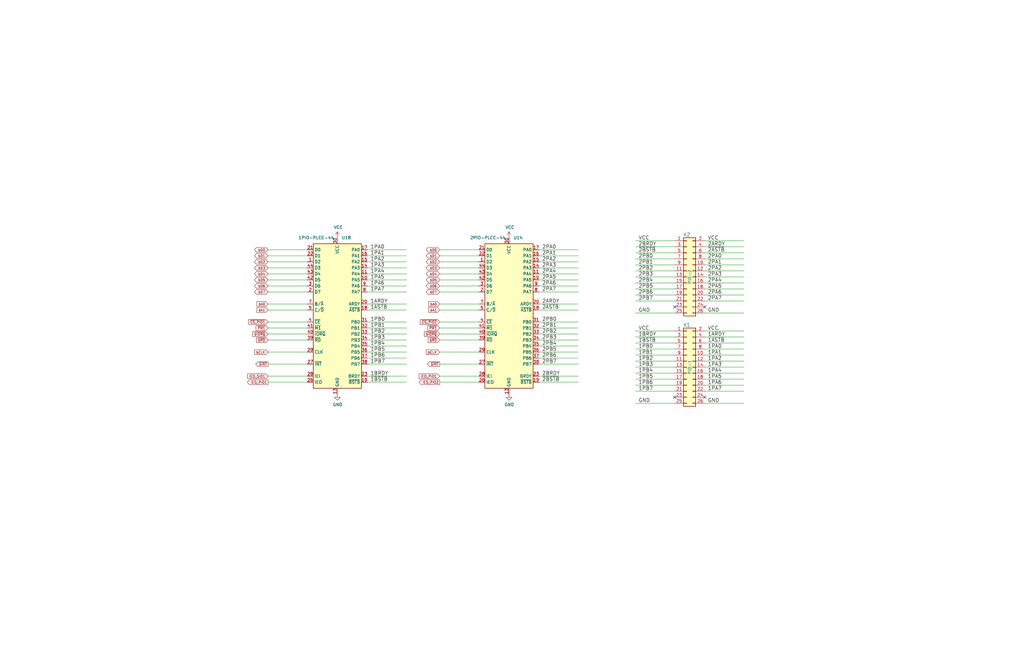
<source format=kicad_sch>
(kicad_sch (version 20211123) (generator eeschema)
  (paper "B")
  (lib_symbols
    (symbol "Connector_Generic:Conn_02x13_Odd_Even" (pin_names (offset 1.016) hide)
      (property "Reference" "J" (at 1.27 17.78 0))
      (property "Value" "Conn_02x13_Odd_Even" (at 1.27 -17.78 0))
      (symbol "Conn_02x13_Odd_Even_1_1"
        (rectangle (start -1.27 -15.113) (end 0 -15.367) (stroke (width 0.1524)))
        (rectangle (start -1.27 -12.573) (end 0 -12.827) (stroke (width 0.1524)))
        (rectangle (start -1.27 -10.033) (end 0 -10.287) (stroke (width 0.1524)))
        (rectangle (start -1.27 -7.493) (end 0 -7.747) (stroke (width 0.1524)))
        (rectangle (start -1.27 -4.953) (end 0 -5.207) (stroke (width 0.1524)))
        (rectangle (start -1.27 -2.413) (end 0 -2.667) (stroke (width 0.1524)))
        (rectangle (start -1.27 0.127) (end 0 -0.127) (stroke (width 0.1524)))
        (rectangle (start -1.27 2.667) (end 0 2.413) (stroke (width 0.1524)))
        (rectangle (start -1.27 5.207) (end 0 4.953) (stroke (width 0.1524)))
        (rectangle (start -1.27 7.747) (end 0 7.493) (stroke (width 0.1524)))
        (rectangle (start -1.27 10.287) (end 0 10.033) (stroke (width 0.1524)))
        (rectangle (start -1.27 12.827) (end 0 12.573) (stroke (width 0.1524)))
        (rectangle (start -1.27 15.367) (end 0 15.113) (stroke (width 0.1524)))
        (rectangle (start -1.27 16.51) (end 3.81 -16.51) (stroke (width 0.254)) (fill (type background)))
        (rectangle (start 3.81 -15.113) (end 2.54 -15.367) (stroke (width 0.1524)))
        (rectangle (start 3.81 -12.573) (end 2.54 -12.827) (stroke (width 0.1524)))
        (rectangle (start 3.81 -10.033) (end 2.54 -10.287) (stroke (width 0.1524)))
        (rectangle (start 3.81 -7.493) (end 2.54 -7.747) (stroke (width 0.1524)))
        (rectangle (start 3.81 -4.953) (end 2.54 -5.207) (stroke (width 0.1524)))
        (rectangle (start 3.81 -2.413) (end 2.54 -2.667) (stroke (width 0.1524)))
        (rectangle (start 3.81 0.127) (end 2.54 -0.127) (stroke (width 0.1524)))
        (rectangle (start 3.81 2.667) (end 2.54 2.413) (stroke (width 0.1524)))
        (rectangle (start 3.81 5.207) (end 2.54 4.953) (stroke (width 0.1524)))
        (rectangle (start 3.81 7.747) (end 2.54 7.493) (stroke (width 0.1524)))
        (rectangle (start 3.81 10.287) (end 2.54 10.033) (stroke (width 0.1524)))
        (rectangle (start 3.81 12.827) (end 2.54 12.573) (stroke (width 0.1524)))
        (rectangle (start 3.81 15.367) (end 2.54 15.113) (stroke (width 0.1524)))
        (pin passive line (at -5.08 15.24 0) (length 3.81) (name "Pin_1") (number "1"))
        (pin passive line (at 7.62 5.08 180) (length 3.81) (name "Pin_10") (number "10"))
        (pin passive line (at -5.08 2.54 0) (length 3.81) (name "Pin_11") (number "11"))
        (pin passive line (at 7.62 2.54 180) (length 3.81) (name "Pin_12") (number "12"))
        (pin passive line (at -5.08 0 0) (length 3.81) (name "Pin_13") (number "13"))
        (pin passive line (at 7.62 0 180) (length 3.81) (name "Pin_14") (number "14"))
        (pin passive line (at -5.08 -2.54 0) (length 3.81) (name "Pin_15") (number "15"))
        (pin passive line (at 7.62 -2.54 180) (length 3.81) (name "Pin_16") (number "16"))
        (pin passive line (at -5.08 -5.08 0) (length 3.81) (name "Pin_17") (number "17"))
        (pin passive line (at 7.62 -5.08 180) (length 3.81) (name "Pin_18") (number "18"))
        (pin passive line (at -5.08 -7.62 0) (length 3.81) (name "Pin_19") (number "19"))
        (pin passive line (at 7.62 15.24 180) (length 3.81) (name "Pin_2") (number "2"))
        (pin passive line (at 7.62 -7.62 180) (length 3.81) (name "Pin_20") (number "20"))
        (pin passive line (at -5.08 -10.16 0) (length 3.81) (name "Pin_21") (number "21"))
        (pin passive line (at 7.62 -10.16 180) (length 3.81) (name "Pin_22") (number "22"))
        (pin passive line (at -5.08 -12.7 0) (length 3.81) (name "Pin_23") (number "23"))
        (pin passive line (at 7.62 -12.7 180) (length 3.81) (name "Pin_24") (number "24"))
        (pin passive line (at -5.08 -15.24 0) (length 3.81) (name "Pin_25") (number "25"))
        (pin passive line (at 7.62 -15.24 180) (length 3.81) (name "Pin_26") (number "26"))
        (pin passive line (at -5.08 12.7 0) (length 3.81) (name "Pin_3") (number "3"))
        (pin passive line (at 7.62 12.7 180) (length 3.81) (name "Pin_4") (number "4"))
        (pin passive line (at -5.08 10.16 0) (length 3.81) (name "Pin_5") (number "5"))
        (pin passive line (at 7.62 10.16 180) (length 3.81) (name "Pin_6") (number "6"))
        (pin passive line (at -5.08 7.62 0) (length 3.81) (name "Pin_7") (number "7"))
        (pin passive line (at 7.62 7.62 180) (length 3.81) (name "Pin_8") (number "8"))
        (pin passive line (at -5.08 5.08 0) (length 3.81) (name "Pin_9") (number "9"))
      )
    )
    (symbol "Zilog_Z80_Peripherals:PIO-PLCC-44"
      (property "Reference" "U" (at 1.27 1.27 0))
      (property "Value" "PIO-PLCC-44" (at 12.7 1.27 0))
      (symbol "PIO-PLCC-44_0_0"
        (pin no_connect line (at 13.97 -21.59 0) (length 2.54) hide (name "NC") (number "12"))
        (pin no_connect line (at 13.97 -19.05 0) (length 2.54) hide (name "NC") (number "24"))
        (pin no_connect line (at 13.97 -16.51 0) (length 2.54) hide (name "NC") (number "25"))
        (pin no_connect line (at 13.97 -13.97 0) (length 2.54) hide (name "NC") (number "6"))
      )
      (symbol "PIO-PLCC-44_1_0"
        (rectangle (start 0 0) (end 20.32 -60.96) (stroke (width 0.254)) (fill (type background)))
      )
      (symbol "PIO-PLCC-44_1_1"
        (pin bidirectional line (at -2.54 -7.62 0) (length 2.54) (name "D2") (number "1"))
        (pin bidirectional line (at 22.86 -15.24 180) (length 2.54) (name "PA5") (number "10"))
        (pin bidirectional line (at 22.86 -12.7 180) (length 2.54) (name "PA4") (number "11"))
        (pin power_in line (at 10.16 -63.5 90) (length 2.54) (name "GND") (number "13"))
        (pin bidirectional line (at 22.86 -10.16 180) (length 2.54) (name "PA3") (number "14"))
        (pin bidirectional line (at 22.86 -7.62 180) (length 2.54) (name "PA2") (number "15"))
        (pin bidirectional line (at 22.86 -5.08 180) (length 2.54) (name "PA1") (number "16"))
        (pin bidirectional line (at 22.86 -2.54 180) (length 2.54) (name "PA0") (number "17"))
        (pin input line (at 22.86 -27.94 180) (length 2.54) (name "~{ASTB}") (number "18"))
        (pin input line (at 22.86 -58.42 180) (length 2.54) (name "~{BSTB}") (number "19"))
        (pin bidirectional line (at -2.54 -20.32 0) (length 2.54) (name "D7") (number "2"))
        (pin output line (at 22.86 -25.4 180) (length 2.54) (name "ARDY") (number "20"))
        (pin bidirectional line (at -2.54 -2.54 0) (length 2.54) (name "D0") (number "21"))
        (pin bidirectional line (at -2.54 -5.08 0) (length 2.54) (name "D1") (number "22"))
        (pin output line (at 22.86 -55.88 180) (length 2.54) (name "BRDY") (number "23"))
        (pin output line (at -2.54 -58.42 0) (length 2.54) (name "IEO") (number "26"))
        (pin open_collector line (at -2.54 -50.8 0) (length 2.54) (name "~{INT}") (number "27"))
        (pin input line (at -2.54 -55.88 0) (length 2.54) (name "IEI") (number "28"))
        (pin input line (at -2.54 -45.72 0) (length 2.54) (name "CLK") (number "29"))
        (pin bidirectional line (at -2.54 -17.78 0) (length 2.54) (name "D6") (number "3"))
        (pin power_in line (at 10.16 2.54 270) (length 2.54) (name "VCC") (number "30"))
        (pin bidirectional line (at 22.86 -33.02 180) (length 2.54) (name "PB0") (number "31"))
        (pin bidirectional line (at 22.86 -35.56 180) (length 2.54) (name "PB1") (number "32"))
        (pin bidirectional line (at 22.86 -38.1 180) (length 2.54) (name "PB2") (number "33"))
        (pin bidirectional line (at 22.86 -40.64 180) (length 2.54) (name "PB3") (number "34"))
        (pin bidirectional line (at 22.86 -43.18 180) (length 2.54) (name "PB4") (number "35"))
        (pin bidirectional line (at 22.86 -45.72 180) (length 2.54) (name "PB5") (number "36"))
        (pin bidirectional line (at 22.86 -48.26 180) (length 2.54) (name "PB6") (number "37"))
        (pin bidirectional line (at 22.86 -50.8 180) (length 2.54) (name "PB7") (number "38"))
        (pin input line (at -2.54 -40.64 0) (length 2.54) (name "~{RD}") (number "39"))
        (pin input line (at -2.54 -33.02 0) (length 2.54) (name "~{CE}") (number "4"))
        (pin input line (at -2.54 -38.1 0) (length 2.54) (name "~{IORQ}") (number "40"))
        (pin input line (at -2.54 -35.56 0) (length 2.54) (name "~{M1}") (number "41"))
        (pin bidirectional line (at -2.54 -15.24 0) (length 2.54) (name "D5") (number "42"))
        (pin bidirectional line (at -2.54 -12.7 0) (length 2.54) (name "D4") (number "43"))
        (pin bidirectional line (at -2.54 -10.16 0) (length 2.54) (name "D3") (number "44"))
        (pin input line (at -2.54 -27.94 0) (length 2.54) (name "C/~{D}") (number "5"))
        (pin input line (at -2.54 -25.4 0) (length 2.54) (name "B/~{A}") (number "7"))
        (pin bidirectional line (at 22.86 -20.32 180) (length 2.54) (name "PA7") (number "8"))
        (pin bidirectional line (at 22.86 -17.78 180) (length 2.54) (name "PA6") (number "9"))
      )
    )
    (symbol "power:GND" (power) (pin_names (offset 0))
      (property "Value" "GND" (at 0 -3.81 0))
      (symbol "GND_0_1"
        (polyline (pts (xy 0 0) (xy 0 -1.27) (xy 1.27 -1.27) (xy 0 -2.54) (xy -1.27 -1.27) (xy 0 -1.27)))
      )
      (symbol "GND_1_1"
        (pin power_in line (at 0 0 270) (length 0) hide (name "GND") (number "1"))
      )
    )
    (symbol "power:VCC" (power) (pin_names (offset 0))
      (property "Value" "VCC" (at 0 3.81 0))
      (symbol "VCC_0_1"
        (polyline (pts (xy -0.762 1.27) (xy 0 2.54)))
        (polyline (pts (xy 0 0) (xy 0 2.54)))
        (polyline (pts (xy 0 2.54) (xy 0.762 1.27)))
      )
      (symbol "VCC_1_1"
        (pin power_in line (at 0 0 90) (length 0) hide (name "VCC") (number "1"))
      )
    )
  )
  (no_connect (at 297.18 167.64))
  (no_connect (at 284.48 129.54))
  (no_connect (at 284.48 167.64))
  (no_connect (at 297.18 129.54))
  (wire (pts (xy 113.03 138.43) (xy 129.54 138.43)))
  (wire (pts (xy 267.97 116.84) (xy 284.48 116.84)))
  (wire (pts (xy 113.03 140.97) (xy 129.54 140.97)))
  (wire (pts (xy 227.33 146.05) (xy 243.84 146.05)))
  (wire (pts (xy 154.94 140.97) (xy 171.45 140.97)))
  (wire (pts (xy 154.94 123.19) (xy 171.45 123.19)))
  (wire (pts (xy 297.18 111.76) (xy 313.69 111.76)))
  (wire (pts (xy 297.18 132.08) (xy 313.69 132.08)))
  (wire (pts (xy 227.33 161.29) (xy 243.84 161.29)))
  (wire (pts (xy 267.97 124.46) (xy 284.48 124.46)))
  (wire (pts (xy 185.42 135.89) (xy 201.93 135.89)))
  (wire (pts (xy 113.03 123.19) (xy 129.54 123.19)))
  (wire (pts (xy 113.03 120.65) (xy 129.54 120.65)))
  (wire (pts (xy 297.18 162.56) (xy 313.69 162.56)))
  (wire (pts (xy 185.42 110.49) (xy 201.93 110.49)))
  (wire (pts (xy 185.42 143.51) (xy 201.93 143.51)))
  (wire (pts (xy 267.97 114.3) (xy 284.48 114.3)))
  (wire (pts (xy 267.97 109.22) (xy 284.48 109.22)))
  (wire (pts (xy 267.97 111.76) (xy 284.48 111.76)))
  (wire (pts (xy 267.97 127) (xy 284.48 127)))
  (wire (pts (xy 297.18 121.92) (xy 313.69 121.92)))
  (wire (pts (xy 154.94 138.43) (xy 171.45 138.43)))
  (wire (pts (xy 297.18 106.68) (xy 313.69 106.68)))
  (wire (pts (xy 113.03 130.81) (xy 129.54 130.81)))
  (wire (pts (xy 297.18 157.48) (xy 313.69 157.48)))
  (wire (pts (xy 297.18 109.22) (xy 313.69 109.22)))
  (wire (pts (xy 227.33 138.43) (xy 243.84 138.43)))
  (wire (pts (xy 267.97 170.18) (xy 284.48 170.18)))
  (wire (pts (xy 267.97 157.48) (xy 284.48 157.48)))
  (wire (pts (xy 154.94 161.29) (xy 171.45 161.29)))
  (wire (pts (xy 227.33 107.95) (xy 243.84 107.95)))
  (wire (pts (xy 297.18 152.4) (xy 313.69 152.4)))
  (wire (pts (xy 185.42 113.03) (xy 201.93 113.03)))
  (wire (pts (xy 297.18 165.1) (xy 313.69 165.1)))
  (wire (pts (xy 267.97 121.92) (xy 284.48 121.92)))
  (wire (pts (xy 113.03 135.89) (xy 129.54 135.89)))
  (wire (pts (xy 227.33 110.49) (xy 243.84 110.49)))
  (wire (pts (xy 113.03 148.59) (xy 129.54 148.59)))
  (wire (pts (xy 185.42 120.65) (xy 201.93 120.65)))
  (wire (pts (xy 154.94 118.11) (xy 171.45 118.11)))
  (wire (pts (xy 154.94 151.13) (xy 171.45 151.13)))
  (wire (pts (xy 185.42 161.29) (xy 201.93 161.29)))
  (wire (pts (xy 227.33 140.97) (xy 243.84 140.97)))
  (wire (pts (xy 154.94 135.89) (xy 171.45 135.89)))
  (wire (pts (xy 113.03 153.67) (xy 129.54 153.67)))
  (wire (pts (xy 185.42 105.41) (xy 201.93 105.41)))
  (wire (pts (xy 185.42 153.67) (xy 201.93 153.67)))
  (wire (pts (xy 154.94 110.49) (xy 171.45 110.49)))
  (wire (pts (xy 113.03 161.29) (xy 129.54 161.29)))
  (wire (pts (xy 267.97 142.24) (xy 284.48 142.24)))
  (wire (pts (xy 267.97 165.1) (xy 284.48 165.1)))
  (wire (pts (xy 227.33 105.41) (xy 243.84 105.41)))
  (wire (pts (xy 227.33 153.67) (xy 243.84 153.67)))
  (wire (pts (xy 185.42 130.81) (xy 201.93 130.81)))
  (wire (pts (xy 267.97 144.78) (xy 284.48 144.78)))
  (wire (pts (xy 267.97 139.7) (xy 284.48 139.7)))
  (wire (pts (xy 113.03 105.41) (xy 129.54 105.41)))
  (wire (pts (xy 154.94 107.95) (xy 171.45 107.95)))
  (wire (pts (xy 267.97 149.86) (xy 284.48 149.86)))
  (wire (pts (xy 185.42 128.27) (xy 201.93 128.27)))
  (wire (pts (xy 113.03 113.03) (xy 129.54 113.03)))
  (wire (pts (xy 227.33 123.19) (xy 243.84 123.19)))
  (wire (pts (xy 227.33 158.75) (xy 243.84 158.75)))
  (wire (pts (xy 297.18 160.02) (xy 313.69 160.02)))
  (wire (pts (xy 154.94 153.67) (xy 171.45 153.67)))
  (wire (pts (xy 154.94 113.03) (xy 171.45 113.03)))
  (wire (pts (xy 185.42 115.57) (xy 201.93 115.57)))
  (wire (pts (xy 227.33 115.57) (xy 243.84 115.57)))
  (wire (pts (xy 227.33 128.27) (xy 243.84 128.27)))
  (wire (pts (xy 227.33 120.65) (xy 243.84 120.65)))
  (wire (pts (xy 185.42 118.11) (xy 201.93 118.11)))
  (wire (pts (xy 297.18 116.84) (xy 313.69 116.84)))
  (wire (pts (xy 297.18 119.38) (xy 313.69 119.38)))
  (wire (pts (xy 113.03 115.57) (xy 129.54 115.57)))
  (wire (pts (xy 154.94 158.75) (xy 171.45 158.75)))
  (wire (pts (xy 297.18 170.18) (xy 313.69 170.18)))
  (wire (pts (xy 154.94 148.59) (xy 171.45 148.59)))
  (wire (pts (xy 267.97 104.14) (xy 284.48 104.14)))
  (wire (pts (xy 185.42 123.19) (xy 201.93 123.19)))
  (wire (pts (xy 113.03 110.49) (xy 129.54 110.49)))
  (wire (pts (xy 113.03 118.11) (xy 129.54 118.11)))
  (wire (pts (xy 297.18 127) (xy 313.69 127)))
  (wire (pts (xy 227.33 130.81) (xy 243.84 130.81)))
  (wire (pts (xy 154.94 128.27) (xy 171.45 128.27)))
  (wire (pts (xy 297.18 147.32) (xy 313.69 147.32)))
  (wire (pts (xy 297.18 104.14) (xy 313.69 104.14)))
  (wire (pts (xy 267.97 147.32) (xy 284.48 147.32)))
  (wire (pts (xy 154.94 120.65) (xy 171.45 120.65)))
  (wire (pts (xy 313.69 139.7) (xy 297.18 139.7)))
  (wire (pts (xy 267.97 106.68) (xy 284.48 106.68)))
  (wire (pts (xy 185.42 140.97) (xy 201.93 140.97)))
  (wire (pts (xy 267.97 132.08) (xy 284.48 132.08)))
  (wire (pts (xy 297.18 149.86) (xy 313.69 149.86)))
  (wire (pts (xy 227.33 118.11) (xy 243.84 118.11)))
  (wire (pts (xy 267.97 119.38) (xy 284.48 119.38)))
  (wire (pts (xy 267.97 162.56) (xy 284.48 162.56)))
  (wire (pts (xy 297.18 154.94) (xy 313.69 154.94)))
  (wire (pts (xy 227.33 113.03) (xy 243.84 113.03)))
  (wire (pts (xy 267.97 154.94) (xy 284.48 154.94)))
  (wire (pts (xy 297.18 124.46) (xy 313.69 124.46)))
  (wire (pts (xy 154.94 146.05) (xy 171.45 146.05)))
  (wire (pts (xy 113.03 107.95) (xy 129.54 107.95)))
  (wire (pts (xy 185.42 158.75) (xy 201.93 158.75)))
  (wire (pts (xy 154.94 143.51) (xy 171.45 143.51)))
  (wire (pts (xy 267.97 101.6) (xy 284.48 101.6)))
  (wire (pts (xy 185.42 138.43) (xy 201.93 138.43)))
  (wire (pts (xy 227.33 148.59) (xy 243.84 148.59)))
  (wire (pts (xy 154.94 130.81) (xy 171.45 130.81)))
  (wire (pts (xy 297.18 101.6) (xy 313.69 101.6)))
  (wire (pts (xy 227.33 135.89) (xy 243.84 135.89)))
  (wire (pts (xy 113.03 158.75) (xy 129.54 158.75)))
  (wire (pts (xy 185.42 107.95) (xy 201.93 107.95)))
  (wire (pts (xy 227.33 151.13) (xy 243.84 151.13)))
  (wire (pts (xy 267.97 160.02) (xy 284.48 160.02)))
  (wire (pts (xy 154.94 105.41) (xy 171.45 105.41)))
  (wire (pts (xy 113.03 128.27) (xy 129.54 128.27)))
  (wire (pts (xy 297.18 142.24) (xy 313.69 142.24)))
  (wire (pts (xy 113.03 143.51) (xy 129.54 143.51)))
  (wire (pts (xy 297.18 114.3) (xy 313.69 114.3)))
  (wire (pts (xy 227.33 143.51) (xy 243.84 143.51)))
  (wire (pts (xy 154.94 115.57) (xy 171.45 115.57)))
  (wire (pts (xy 267.97 152.4) (xy 284.48 152.4)))
  (wire (pts (xy 297.18 144.78) (xy 313.69 144.78)))
  (wire (pts (xy 185.42 148.59) (xy 201.93 148.59)))
  (label "~{1ASTB}" (at 156.21 130.81 0) (effects (font (size 1.524 1.524))))
  (label "1PA7" (at 156.21 123.19 0) (effects (font (size 1.524 1.524))))
  (label "GND" (at 269.24 132.08 0) (effects (font (size 1.524 1.524))))
  (label "1PB3" (at 156.21 143.51 0) (effects (font (size 1.524 1.524))))
  (label "1PA1" (at 298.45 149.86 0) (effects (font (size 1.524 1.524))))
  (label "1PB7" (at 156.21 153.67 0) (effects (font (size 1.524 1.524))))
  (label "1PB6" (at 269.24 162.56 0) (effects (font (size 1.524 1.524))))
  (label "1PB1" (at 156.21 138.43 0) (effects (font (size 1.524 1.524))))
  (label "2PA1" (at 298.45 111.76 0) (effects (font (size 1.524 1.524))))
  (label "1PB5" (at 156.21 148.59 0) (effects (font (size 1.524 1.524))))
  (label "2PB2" (at 269.24 114.3 0) (effects (font (size 1.524 1.524))))
  (label "1PA0" (at 298.45 147.32 0) (effects (font (size 1.524 1.524))))
  (label "VCC" (at 269.24 101.6 0) (effects (font (size 1.524 1.524))))
  (label "2PB3" (at 269.24 116.84 0) (effects (font (size 1.524 1.524))))
  (label "GND" (at 298.45 170.18 0) (effects (font (size 1.524 1.524))))
  (label "1PA4" (at 156.21 115.57 0) (effects (font (size 1.524 1.524))))
  (label "1ARDY" (at 156.21 128.27 0) (effects (font (size 1.524 1.524))))
  (label "1PA0" (at 156.21 105.41 0) (effects (font (size 1.524 1.524))))
  (label "1PB2" (at 269.24 152.4 0) (effects (font (size 1.524 1.524))))
  (label "2PA3" (at 228.6 113.03 0) (effects (font (size 1.524 1.524))))
  (label "2PB5" (at 269.24 121.92 0) (effects (font (size 1.524 1.524))))
  (label "~{2BSTB}" (at 228.6 161.29 0) (effects (font (size 1.524 1.524))))
  (label "2PB3" (at 228.6 143.51 0) (effects (font (size 1.524 1.524))))
  (label "2PB4" (at 228.6 146.05 0) (effects (font (size 1.524 1.524))))
  (label "2PA5" (at 228.6 118.11 0) (effects (font (size 1.524 1.524))))
  (label "1ARDY" (at 298.45 142.24 0) (effects (font (size 1.524 1.524))))
  (label "2PB6" (at 269.24 124.46 0) (effects (font (size 1.524 1.524))))
  (label "1PA4" (at 298.45 157.48 0) (effects (font (size 1.524 1.524))))
  (label "2PA2" (at 228.6 110.49 0) (effects (font (size 1.524 1.524))))
  (label "2PB0" (at 228.6 135.89 0) (effects (font (size 1.524 1.524))))
  (label "1PA5" (at 156.21 118.11 0) (effects (font (size 1.524 1.524))))
  (label "1PA6" (at 156.21 120.65 0) (effects (font (size 1.524 1.524))))
  (label "1PA7" (at 298.45 165.1 0) (effects (font (size 1.524 1.524))))
  (label "1PB7" (at 269.24 165.1 0) (effects (font (size 1.524 1.524))))
  (label "2PA7" (at 228.6 123.19 0) (effects (font (size 1.524 1.524))))
  (label "2PA6" (at 298.45 124.46 0) (effects (font (size 1.524 1.524))))
  (label "VCC" (at 298.45 139.7 0) (effects (font (size 1.524 1.524))))
  (label "2PA4" (at 228.6 115.57 0) (effects (font (size 1.524 1.524))))
  (label "1PA1" (at 156.21 107.95 0) (effects (font (size 1.524 1.524))))
  (label "~{1BSTB}" (at 156.21 161.29 0) (effects (font (size 1.524 1.524))))
  (label "~{1BSTB}" (at 269.24 144.78 0) (effects (font (size 1.524 1.524))))
  (label "2PA0" (at 298.45 109.22 0) (effects (font (size 1.524 1.524))))
  (label "2PA4" (at 298.45 119.38 0) (effects (font (size 1.524 1.524))))
  (label "1PA5" (at 298.45 160.02 0) (effects (font (size 1.524 1.524))))
  (label "2PB4" (at 269.24 119.38 0) (effects (font (size 1.524 1.524))))
  (label "1PB6" (at 156.21 151.13 0) (effects (font (size 1.524 1.524))))
  (label "2PB7" (at 228.6 153.67 0) (effects (font (size 1.524 1.524))))
  (label "1PB2" (at 156.21 140.97 0) (effects (font (size 1.524 1.524))))
  (label "1PA3" (at 156.21 113.03 0) (effects (font (size 1.524 1.524))))
  (label "1PB3" (at 269.24 154.94 0) (effects (font (size 1.524 1.524))))
  (label "~{2BSTB}" (at 269.24 106.68 0) (effects (font (size 1.524 1.524))))
  (label "2PB1" (at 228.6 138.43 0) (effects (font (size 1.524 1.524))))
  (label "2PB6" (at 228.6 151.13 0) (effects (font (size 1.524 1.524))))
  (label "1PB4" (at 269.24 157.48 0) (effects (font (size 1.524 1.524))))
  (label "2PA7" (at 298.45 127 0) (effects (font (size 1.524 1.524))))
  (label "2PA1" (at 228.6 107.95 0) (effects (font (size 1.524 1.524))))
  (label "1PA3" (at 298.45 154.94 0) (effects (font (size 1.524 1.524))))
  (label "2PB0" (at 269.24 109.22 0) (effects (font (size 1.524 1.524))))
  (label "~{1ASTB}" (at 298.45 144.78 0) (effects (font (size 1.524 1.524))))
  (label "2BRDY" (at 228.6 158.75 0) (effects (font (size 1.524 1.524))))
  (label "2PB7" (at 269.24 127 0) (effects (font (size 1.524 1.524))))
  (label "~{2ASTB}" (at 228.6 130.81 0) (effects (font (size 1.524 1.524))))
  (label "1PA6" (at 298.45 162.56 0) (effects (font (size 1.524 1.524))))
  (label "1PB4" (at 156.21 146.05 0) (effects (font (size 1.524 1.524))))
  (label "1PB5" (at 269.24 160.02 0) (effects (font (size 1.524 1.524))))
  (label "2ARDY" (at 298.45 104.14 0) (effects (font (size 1.524 1.524))))
  (label "2PA6" (at 228.6 120.65 0) (effects (font (size 1.524 1.524))))
  (label "1PB0" (at 269.24 147.32 0) (effects (font (size 1.524 1.524))))
  (label "2PA3" (at 298.45 116.84 0) (effects (font (size 1.524 1.524))))
  (label "VCC" (at 298.45 101.6 0) (effects (font (size 1.524 1.524))))
  (label "1BRDY" (at 156.21 158.75 0) (effects (font (size 1.524 1.524))))
  (label "GND" (at 269.24 170.18 0) (effects (font (size 1.524 1.524))))
  (label "2PB5" (at 228.6 148.59 0) (effects (font (size 1.524 1.524))))
  (label "VCC" (at 269.24 139.7 0) (effects (font (size 1.524 1.524))))
  (label "2PA0" (at 228.6 105.41 0) (effects (font (size 1.524 1.524))))
  (label "GND" (at 298.45 132.08 0) (effects (font (size 1.524 1.524))))
  (label "1PB1" (at 269.24 149.86 0) (effects (font (size 1.524 1.524))))
  (label "~{2ASTB}" (at 298.45 106.68 0) (effects (font (size 1.524 1.524))))
  (label "2PB1" (at 269.24 111.76 0) (effects (font (size 1.524 1.524))))
  (label "2BRDY" (at 269.24 104.14 0) (effects (font (size 1.524 1.524))))
  (label "2PB2" (at 228.6 140.97 0) (effects (font (size 1.524 1.524))))
  (label "2PA5" (at 298.45 121.92 0) (effects (font (size 1.524 1.524))))
  (label "2ARDY" (at 228.6 128.27 0) (effects (font (size 1.524 1.524))))
  (label "2PA2" (at 298.45 114.3 0) (effects (font (size 1.524 1.524))))
  (label "1PA2" (at 156.21 110.49 0) (effects (font (size 1.524 1.524))))
  (label "1PB0" (at 156.21 135.89 0) (effects (font (size 1.524 1.524))))
  (label "1BRDY" (at 269.24 142.24 0) (effects (font (size 1.524 1.524))))
  (label "1PA2" (at 298.45 152.4 0) (effects (font (size 1.524 1.524))))
  (global_label "bD5" (shape bidirectional) (at 113.03 118.11 180) (effects (font (size 1.016 1.016))) (property "Intersheet References" "${INTERSHEET_REFS}" (effects hide)))
  (global_label "~{bRD}" (shape input) (at 113.03 143.51 180) (effects (font (size 1.016 1.016))) (property "Intersheet References" "${INTERSHEET_REFS}" (effects hide)))
  (global_label "bD0" (shape bidirectional) (at 113.03 105.41 180) (effects (font (size 1.016 1.016))) (property "Intersheet References" "${INTERSHEET_REFS}" (effects hide)))
  (global_label "bA0" (shape input) (at 113.03 128.27 180) (effects (font (size 1.016 1.016))) (property "Intersheet References" "${INTERSHEET_REFS}" (effects hide)))
  (global_label "IEO_PIO1" (shape input) (at 185.42 158.75 180) (effects (font (size 1.016 1.016))) (property "Intersheet References" "${INTERSHEET_REFS}" (effects hide)))
  (global_label "bD6" (shape bidirectional) (at 185.42 120.65 180) (effects (font (size 1.016 1.016))) (property "Intersheet References" "${INTERSHEET_REFS}" (effects hide)))
  (global_label "~{bINT}" (shape output) (at 113.03 153.67 180) (effects (font (size 1.016 1.016))) (property "Intersheet References" "${INTERSHEET_REFS}" (effects hide)))
  (global_label "bD1" (shape bidirectional) (at 113.03 107.95 180) (effects (font (size 1.016 1.016))) (property "Intersheet References" "${INTERSHEET_REFS}" (effects hide)))
  (global_label "bD3" (shape bidirectional) (at 185.42 113.03 180) (effects (font (size 1.016 1.016))) (property "Intersheet References" "${INTERSHEET_REFS}" (effects hide)))
  (global_label "bD3" (shape bidirectional) (at 113.03 113.03 180) (effects (font (size 1.016 1.016))) (property "Intersheet References" "${INTERSHEET_REFS}" (effects hide)))
  (global_label "bD4" (shape bidirectional) (at 185.42 115.57 180) (effects (font (size 1.016 1.016))) (property "Intersheet References" "${INTERSHEET_REFS}" (effects hide)))
  (global_label "~{PM1}" (shape input) (at 113.03 138.43 180) (effects (font (size 1.016 1.016))) (property "Intersheet References" "${INTERSHEET_REFS}" (effects hide)))
  (global_label "bD5" (shape bidirectional) (at 185.42 118.11 180) (effects (font (size 1.016 1.016))) (property "Intersheet References" "${INTERSHEET_REFS}" (effects hide)))
  (global_label "bD4" (shape bidirectional) (at 113.03 115.57 180) (effects (font (size 1.016 1.016))) (property "Intersheet References" "${INTERSHEET_REFS}" (effects hide)))
  (global_label "~{CS_PIO2}" (shape input) (at 185.42 135.89 180) (effects (font (size 1.016 1.016))) (property "Intersheet References" "${INTERSHEET_REFS}" (effects hide)))
  (global_label "bD7" (shape bidirectional) (at 185.42 123.19 180) (effects (font (size 1.016 1.016))) (property "Intersheet References" "${INTERSHEET_REFS}" (effects hide)))
  (global_label "bA0" (shape input) (at 185.42 128.27 180) (effects (font (size 1.016 1.016))) (property "Intersheet References" "${INTERSHEET_REFS}" (effects hide)))
  (global_label "~{bIORQ}" (shape input) (at 113.03 140.97 180) (effects (font (size 1.016 1.016))) (property "Intersheet References" "${INTERSHEET_REFS}" (effects hide)))
  (global_label "bA1" (shape input) (at 185.42 130.81 180) (effects (font (size 1.016 1.016))) (property "Intersheet References" "${INTERSHEET_REFS}" (effects hide)))
  (global_label "bD2" (shape bidirectional) (at 185.42 110.49 180) (effects (font (size 1.016 1.016))) (property "Intersheet References" "${INTERSHEET_REFS}" (effects hide)))
  (global_label "bD6" (shape bidirectional) (at 113.03 120.65 180) (effects (font (size 1.016 1.016))) (property "Intersheet References" "${INTERSHEET_REFS}" (effects hide)))
  (global_label "IEO_PIO2" (shape output) (at 185.42 161.29 180) (effects (font (size 1.016 1.016))) (property "Intersheet References" "${INTERSHEET_REFS}" (effects hide)))
  (global_label "IEO_PIO1" (shape output) (at 113.03 161.29 180) (effects (font (size 1.016 1.016))) (property "Intersheet References" "${INTERSHEET_REFS}" (effects hide)))
  (global_label "bD0" (shape bidirectional) (at 185.42 105.41 180) (effects (font (size 1.016 1.016))) (property "Intersheet References" "${INTERSHEET_REFS}" (effects hide)))
  (global_label "bCLK" (shape input) (at 185.42 148.59 180) (effects (font (size 1.016 1.016))) (property "Intersheet References" "${INTERSHEET_REFS}" (effects hide)))
  (global_label "~{bIORQ}" (shape input) (at 185.42 140.97 180) (effects (font (size 1.016 1.016))) (property "Intersheet References" "${INTERSHEET_REFS}" (effects hide)))
  (global_label "~{bRD}" (shape input) (at 185.42 143.51 180) (effects (font (size 1.016 1.016))) (property "Intersheet References" "${INTERSHEET_REFS}" (effects hide)))
  (global_label "bA1" (shape input) (at 113.03 130.81 180) (effects (font (size 1.016 1.016))) (property "Intersheet References" "${INTERSHEET_REFS}" (effects hide)))
  (global_label "IEO_SIO1" (shape input) (at 113.03 158.75 180) (effects (font (size 1.016 1.016))) (property "Intersheet References" "${INTERSHEET_REFS}" (effects hide)))
  (global_label "bD1" (shape bidirectional) (at 185.42 107.95 180) (effects (font (size 1.016 1.016))) (property "Intersheet References" "${INTERSHEET_REFS}" (effects hide)))
  (global_label "~{PM1}" (shape input) (at 185.42 138.43 180) (effects (font (size 1.016 1.016))) (property "Intersheet References" "${INTERSHEET_REFS}" (effects hide)))
  (global_label "bD2" (shape bidirectional) (at 113.03 110.49 180) (effects (font (size 1.016 1.016))) (property "Intersheet References" "${INTERSHEET_REFS}" (effects hide)))
  (global_label "~{bINT}" (shape output) (at 185.42 153.67 180) (effects (font (size 1.016 1.016))) (property "Intersheet References" "${INTERSHEET_REFS}" (effects hide)))
  (global_label "bCLK" (shape input) (at 113.03 148.59 180) (effects (font (size 1.016 1.016))) (property "Intersheet References" "${INTERSHEET_REFS}" (effects hide)))
  (global_label "~{CS_PIO1}" (shape input) (at 113.03 135.89 180) (effects (font (size 1.016 1.016))) (property "Intersheet References" "${INTERSHEET_REFS}" (effects hide)))
  (global_label "bD7" (shape bidirectional) (at 113.03 123.19 180) (effects (font (size 1.016 1.016))) (property "Intersheet References" "${INTERSHEET_REFS}" (effects hide)))
  (symbol (lib_id "Connector_Generic:Conn_02x13_Odd_Even") (at 289.56 154.94 0) (unit 1)
    (property "Reference" "X1" (at 289.56 137.16 0) (effects (font (size 1.524 1.524))))
    (property "Value" "PIO-1" (at 290.83 154.94 90))
    (property "Footprint" "Connector_IDC:IDC-Header_2x13_P2.54mm_Horizontal" (effects hide))
  )
  (symbol (lib_id "Zilog_Z80_Peripherals:PIO-PLCC-44") (at 132.08 102.87 0) (unit 1)
    (property "Reference" "U18" (at 146.05 100.33 0))
    (property "Value" "1PIO-PLCC-44" (at 133.35 100.33 0))
    (property "Footprint" "Package_LCC:PLCC-44_THT-Socket" (effects hide))
    (property "Datasheet" "https://www.zilog.com/appnotes_download.php?FromPage=DirectLink&dn=PS0180&ft=Product%20Specification%20(Data%20Sheet)%20%20&f=YUhSMGNEb3ZMM2QzZHk1NmFXeHZaeTVqYjIwdlpHOWpjeTk2T0RBdmNITXdNVGd3TG5Ca1pnPT0=" (effects hide))
  )
  (symbol (lib_id "power:VCC") (at 142.24 100.33 0) (unit 1)
    (property "Reference" "#PWR0133" (effects hide))
    (property "Value" "VCC" (at 142.621 95.9358 0))
  )
  (symbol (lib_id "power:GND") (at 142.24 166.37 0) (unit 1)
    (property "Reference" "#PWR0134" (effects hide))
    (property "Value" "GND" (at 142.367 170.7642 0))
  )
  (symbol (lib_id "Zilog_Z80_Peripherals:PIO-PLCC-44") (at 204.47 102.87 0) (unit 1)
    (property "Reference" "U14" (at 218.44 100.33 0))
    (property "Value" "2PIO-PLCC-44" (at 205.74 100.33 0))
    (property "Footprint" "Package_LCC:PLCC-44_THT-Socket" (effects hide))
    (property "Datasheet" "https://www.zilog.com/appnotes_download.php?FromPage=DirectLink&dn=PS0180&ft=Product%20Specification%20(Data%20Sheet)%20%20&f=YUhSMGNEb3ZMM2QzZHk1NmFXeHZaeTVqYjIwdlpHOWpjeTk2T0RBdmNITXdNVGd3TG5Ca1pnPT0=" (effects hide))
  )
  (symbol (lib_id "power:VCC") (at 214.63 100.33 0) (unit 1)
    (property "Reference" "#PWR0135" (effects hide))
    (property "Value" "VCC" (at 215.011 95.9358 0))
  )
  (symbol (lib_id "power:GND") (at 214.63 166.37 0) (unit 1)
    (property "Reference" "#PWR0136" (effects hide))
    (property "Value" "GND" (at 214.757 170.7642 0))
  )
  (symbol (lib_id "Connector_Generic:Conn_02x13_Odd_Even") (at 289.56 116.84 0) (unit 1)
    (property "Reference" "X2" (at 289.56 99.06 0) (effects (font (size 1.524 1.524))))
    (property "Value" "PIO-2" (at 290.83 116.84 90))
    (property "Footprint" "Connector_IDC:IDC-Header_2x13_P2.54mm_Horizontal" (effects hide))
  )
)
</source>
